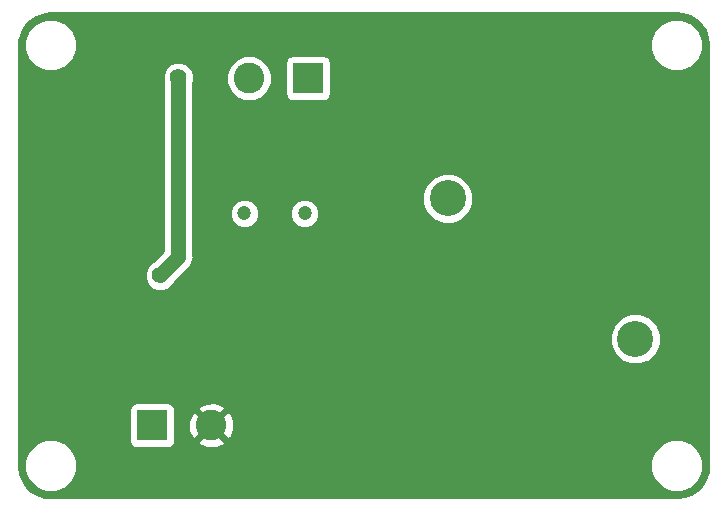
<source format=gbr>
G04 #@! TF.GenerationSoftware,KiCad,Pcbnew,5.0.1*
G04 #@! TF.CreationDate,2019-03-15T13:28:57+13:00*
G04 #@! TF.ProjectId,spiroBoard,737069726F426F6172642E6B69636164,rev?*
G04 #@! TF.SameCoordinates,Original*
G04 #@! TF.FileFunction,Copper,L2,Bot,Signal*
G04 #@! TF.FilePolarity,Positive*
%FSLAX46Y46*%
G04 Gerber Fmt 4.6, Leading zero omitted, Abs format (unit mm)*
G04 Created by KiCad (PCBNEW 5.0.1) date Fri 15 Mar 2019 01:28:57 PM NZDT*
%MOMM*%
%LPD*%
G01*
G04 APERTURE LIST*
G04 #@! TA.AperFunction,ComponentPad*
%ADD10C,1.200000*%
G04 #@! TD*
G04 #@! TA.AperFunction,ComponentPad*
%ADD11R,2.600000X2.600000*%
G04 #@! TD*
G04 #@! TA.AperFunction,ComponentPad*
%ADD12C,2.600000*%
G04 #@! TD*
G04 #@! TA.AperFunction,ComponentPad*
%ADD13C,3.050000*%
G04 #@! TD*
G04 #@! TA.AperFunction,ViaPad*
%ADD14C,0.800000*%
G04 #@! TD*
G04 #@! TA.AperFunction,ViaPad*
%ADD15C,1.400000*%
G04 #@! TD*
G04 #@! TA.AperFunction,Conductor*
%ADD16C,1.270000*%
G04 #@! TD*
G04 #@! TA.AperFunction,Conductor*
%ADD17C,0.254000*%
G04 #@! TD*
G04 APERTURE END LIST*
D10*
G04 #@! TO.P,R3,2*
G04 #@! TO.N,Net-(R3-Pad2)*
X152400000Y-90242000D03*
G04 #@! TO.P,R3,1*
G04 #@! TO.N,/solenoid-*
X157500000Y-90242000D03*
G04 #@! TD*
D11*
G04 #@! TO.P,INPUT1,1*
G04 #@! TO.N,/Vin*
X144600000Y-108200000D03*
D12*
G04 #@! TO.P,INPUT1,2*
G04 #@! TO.N,/GND*
X149600000Y-108200000D03*
G04 #@! TD*
G04 #@! TO.P,SOL1,2*
G04 #@! TO.N,/solenoid-*
X152800000Y-78800000D03*
D11*
G04 #@! TO.P,SOL1,1*
G04 #@! TO.N,/Vin*
X157800000Y-78800000D03*
G04 #@! TD*
D13*
G04 #@! TO.P,Solenoid1,~*
G04 #@! TO.N,N/C*
X185502473Y-100875901D03*
X169627473Y-88985901D03*
G04 #@! TD*
D14*
G04 #@! TO.N,/GND*
X153200000Y-100400000D03*
D15*
X138560000Y-85400000D03*
X143800000Y-88600000D03*
G04 #@! TO.N,/Vin*
X145288000Y-95504000D03*
X146812000Y-78740000D03*
G04 #@! TD*
D16*
G04 #@! TO.N,/Vin*
X145288000Y-95504000D02*
X146812000Y-93980000D01*
X146812000Y-93980000D02*
X146812000Y-78740000D01*
G04 #@! TD*
D17*
G04 #@! TO.N,/GND*
G36*
X189576741Y-73376831D02*
X190126574Y-73561871D01*
X190623847Y-73860662D01*
X191045359Y-74259267D01*
X191371440Y-74739082D01*
X191586885Y-75277730D01*
X191686327Y-75878414D01*
X191690000Y-76009906D01*
X191690001Y-111561541D01*
X191623169Y-112176741D01*
X191438129Y-112726574D01*
X191139339Y-113223845D01*
X190740737Y-113645356D01*
X190260918Y-113971441D01*
X189722270Y-114186884D01*
X189121585Y-114286327D01*
X188990094Y-114290000D01*
X136038450Y-114290000D01*
X135423259Y-114223169D01*
X134873426Y-114038129D01*
X134376155Y-113739339D01*
X133954644Y-113340737D01*
X133628559Y-112860918D01*
X133413116Y-112322270D01*
X133313673Y-111721585D01*
X133310000Y-111590094D01*
X133310000Y-111155431D01*
X133765000Y-111155431D01*
X133765000Y-112044569D01*
X134105259Y-112866026D01*
X134733974Y-113494741D01*
X135555431Y-113835000D01*
X136444569Y-113835000D01*
X137266026Y-113494741D01*
X137894741Y-112866026D01*
X138235000Y-112044569D01*
X138235000Y-111155431D01*
X186765000Y-111155431D01*
X186765000Y-112044569D01*
X187105259Y-112866026D01*
X187733974Y-113494741D01*
X188555431Y-113835000D01*
X189444569Y-113835000D01*
X190266026Y-113494741D01*
X190894741Y-112866026D01*
X191235000Y-112044569D01*
X191235000Y-111155431D01*
X190894741Y-110333974D01*
X190266026Y-109705259D01*
X189444569Y-109365000D01*
X188555431Y-109365000D01*
X187733974Y-109705259D01*
X187105259Y-110333974D01*
X186765000Y-111155431D01*
X138235000Y-111155431D01*
X137894741Y-110333974D01*
X137266026Y-109705259D01*
X136444569Y-109365000D01*
X135555431Y-109365000D01*
X134733974Y-109705259D01*
X134105259Y-110333974D01*
X133765000Y-111155431D01*
X133310000Y-111155431D01*
X133310000Y-106900000D01*
X142652560Y-106900000D01*
X142652560Y-109500000D01*
X142701843Y-109747765D01*
X142842191Y-109957809D01*
X143052235Y-110098157D01*
X143300000Y-110147440D01*
X145900000Y-110147440D01*
X146147765Y-110098157D01*
X146357809Y-109957809D01*
X146498157Y-109747765D01*
X146533623Y-109569459D01*
X148410146Y-109569459D01*
X148545504Y-109867455D01*
X149263880Y-110144066D01*
X150033427Y-110124710D01*
X150654496Y-109867455D01*
X150789854Y-109569459D01*
X149600000Y-108379605D01*
X148410146Y-109569459D01*
X146533623Y-109569459D01*
X146547440Y-109500000D01*
X146547440Y-107863880D01*
X147655934Y-107863880D01*
X147675290Y-108633427D01*
X147932545Y-109254496D01*
X148230541Y-109389854D01*
X149420395Y-108200000D01*
X149779605Y-108200000D01*
X150969459Y-109389854D01*
X151267455Y-109254496D01*
X151544066Y-108536120D01*
X151524710Y-107766573D01*
X151267455Y-107145504D01*
X150969459Y-107010146D01*
X149779605Y-108200000D01*
X149420395Y-108200000D01*
X148230541Y-107010146D01*
X147932545Y-107145504D01*
X147655934Y-107863880D01*
X146547440Y-107863880D01*
X146547440Y-106900000D01*
X146533624Y-106830541D01*
X148410146Y-106830541D01*
X149600000Y-108020395D01*
X150789854Y-106830541D01*
X150654496Y-106532545D01*
X149936120Y-106255934D01*
X149166573Y-106275290D01*
X148545504Y-106532545D01*
X148410146Y-106830541D01*
X146533624Y-106830541D01*
X146498157Y-106652235D01*
X146357809Y-106442191D01*
X146147765Y-106301843D01*
X145900000Y-106252560D01*
X143300000Y-106252560D01*
X143052235Y-106301843D01*
X142842191Y-106442191D01*
X142701843Y-106652235D01*
X142652560Y-106900000D01*
X133310000Y-106900000D01*
X133310000Y-100446250D01*
X183342473Y-100446250D01*
X183342473Y-101305552D01*
X183671313Y-102099443D01*
X184278931Y-102707061D01*
X185072822Y-103035901D01*
X185932124Y-103035901D01*
X186726015Y-102707061D01*
X187333633Y-102099443D01*
X187662473Y-101305552D01*
X187662473Y-100446250D01*
X187333633Y-99652359D01*
X186726015Y-99044741D01*
X185932124Y-98715901D01*
X185072822Y-98715901D01*
X184278931Y-99044741D01*
X183671313Y-99652359D01*
X183342473Y-100446250D01*
X133310000Y-100446250D01*
X133310000Y-95238452D01*
X143953000Y-95238452D01*
X143953000Y-95769548D01*
X144156242Y-96260217D01*
X144531783Y-96635758D01*
X145022452Y-96839000D01*
X145553548Y-96839000D01*
X146044217Y-96635758D01*
X146419758Y-96260217D01*
X146484759Y-96103292D01*
X147621585Y-94966467D01*
X147727618Y-94895618D01*
X147798467Y-94789585D01*
X147798470Y-94789582D01*
X148008312Y-94475530D01*
X148008313Y-94475529D01*
X148082000Y-94105080D01*
X148082000Y-94105076D01*
X148106879Y-93980001D01*
X148082000Y-93854926D01*
X148082000Y-89996343D01*
X151165000Y-89996343D01*
X151165000Y-90487657D01*
X151353018Y-90941571D01*
X151700429Y-91288982D01*
X152154343Y-91477000D01*
X152645657Y-91477000D01*
X153099571Y-91288982D01*
X153446982Y-90941571D01*
X153635000Y-90487657D01*
X153635000Y-89996343D01*
X156265000Y-89996343D01*
X156265000Y-90487657D01*
X156453018Y-90941571D01*
X156800429Y-91288982D01*
X157254343Y-91477000D01*
X157745657Y-91477000D01*
X158199571Y-91288982D01*
X158546982Y-90941571D01*
X158735000Y-90487657D01*
X158735000Y-89996343D01*
X158546982Y-89542429D01*
X158199571Y-89195018D01*
X157745657Y-89007000D01*
X157254343Y-89007000D01*
X156800429Y-89195018D01*
X156453018Y-89542429D01*
X156265000Y-89996343D01*
X153635000Y-89996343D01*
X153446982Y-89542429D01*
X153099571Y-89195018D01*
X152645657Y-89007000D01*
X152154343Y-89007000D01*
X151700429Y-89195018D01*
X151353018Y-89542429D01*
X151165000Y-89996343D01*
X148082000Y-89996343D01*
X148082000Y-88556250D01*
X167467473Y-88556250D01*
X167467473Y-89415552D01*
X167796313Y-90209443D01*
X168403931Y-90817061D01*
X169197822Y-91145901D01*
X170057124Y-91145901D01*
X170851015Y-90817061D01*
X171458633Y-90209443D01*
X171787473Y-89415552D01*
X171787473Y-88556250D01*
X171458633Y-87762359D01*
X170851015Y-87154741D01*
X170057124Y-86825901D01*
X169197822Y-86825901D01*
X168403931Y-87154741D01*
X167796313Y-87762359D01*
X167467473Y-88556250D01*
X148082000Y-88556250D01*
X148082000Y-79162472D01*
X148147000Y-79005548D01*
X148147000Y-78474452D01*
X148122418Y-78415105D01*
X150865000Y-78415105D01*
X150865000Y-79184895D01*
X151159586Y-79896090D01*
X151703910Y-80440414D01*
X152415105Y-80735000D01*
X153184895Y-80735000D01*
X153896090Y-80440414D01*
X154440414Y-79896090D01*
X154735000Y-79184895D01*
X154735000Y-78415105D01*
X154440414Y-77703910D01*
X154236504Y-77500000D01*
X155852560Y-77500000D01*
X155852560Y-80100000D01*
X155901843Y-80347765D01*
X156042191Y-80557809D01*
X156252235Y-80698157D01*
X156500000Y-80747440D01*
X159100000Y-80747440D01*
X159347765Y-80698157D01*
X159557809Y-80557809D01*
X159698157Y-80347765D01*
X159747440Y-80100000D01*
X159747440Y-77500000D01*
X159698157Y-77252235D01*
X159557809Y-77042191D01*
X159347765Y-76901843D01*
X159100000Y-76852560D01*
X156500000Y-76852560D01*
X156252235Y-76901843D01*
X156042191Y-77042191D01*
X155901843Y-77252235D01*
X155852560Y-77500000D01*
X154236504Y-77500000D01*
X153896090Y-77159586D01*
X153184895Y-76865000D01*
X152415105Y-76865000D01*
X151703910Y-77159586D01*
X151159586Y-77703910D01*
X150865000Y-78415105D01*
X148122418Y-78415105D01*
X147943758Y-77983783D01*
X147568217Y-77608242D01*
X147077548Y-77405000D01*
X146546452Y-77405000D01*
X146055783Y-77608242D01*
X145680242Y-77983783D01*
X145477000Y-78474452D01*
X145477000Y-79005548D01*
X145542001Y-79162474D01*
X145542000Y-93453948D01*
X144688708Y-94307241D01*
X144531783Y-94372242D01*
X144156242Y-94747783D01*
X143953000Y-95238452D01*
X133310000Y-95238452D01*
X133310000Y-76038450D01*
X133362472Y-75555431D01*
X133765000Y-75555431D01*
X133765000Y-76444569D01*
X134105259Y-77266026D01*
X134733974Y-77894741D01*
X135555431Y-78235000D01*
X136444569Y-78235000D01*
X137266026Y-77894741D01*
X137894741Y-77266026D01*
X138235000Y-76444569D01*
X138235000Y-75555431D01*
X186765000Y-75555431D01*
X186765000Y-76444569D01*
X187105259Y-77266026D01*
X187733974Y-77894741D01*
X188555431Y-78235000D01*
X189444569Y-78235000D01*
X190266026Y-77894741D01*
X190894741Y-77266026D01*
X191235000Y-76444569D01*
X191235000Y-75555431D01*
X190894741Y-74733974D01*
X190266026Y-74105259D01*
X189444569Y-73765000D01*
X188555431Y-73765000D01*
X187733974Y-74105259D01*
X187105259Y-74733974D01*
X186765000Y-75555431D01*
X138235000Y-75555431D01*
X137894741Y-74733974D01*
X137266026Y-74105259D01*
X136444569Y-73765000D01*
X135555431Y-73765000D01*
X134733974Y-74105259D01*
X134105259Y-74733974D01*
X133765000Y-75555431D01*
X133362472Y-75555431D01*
X133376831Y-75423259D01*
X133561871Y-74873426D01*
X133860662Y-74376153D01*
X134259267Y-73954641D01*
X134739082Y-73628560D01*
X135277730Y-73413115D01*
X135878414Y-73313673D01*
X136009906Y-73310000D01*
X188961550Y-73310000D01*
X189576741Y-73376831D01*
X189576741Y-73376831D01*
G37*
X189576741Y-73376831D02*
X190126574Y-73561871D01*
X190623847Y-73860662D01*
X191045359Y-74259267D01*
X191371440Y-74739082D01*
X191586885Y-75277730D01*
X191686327Y-75878414D01*
X191690000Y-76009906D01*
X191690001Y-111561541D01*
X191623169Y-112176741D01*
X191438129Y-112726574D01*
X191139339Y-113223845D01*
X190740737Y-113645356D01*
X190260918Y-113971441D01*
X189722270Y-114186884D01*
X189121585Y-114286327D01*
X188990094Y-114290000D01*
X136038450Y-114290000D01*
X135423259Y-114223169D01*
X134873426Y-114038129D01*
X134376155Y-113739339D01*
X133954644Y-113340737D01*
X133628559Y-112860918D01*
X133413116Y-112322270D01*
X133313673Y-111721585D01*
X133310000Y-111590094D01*
X133310000Y-111155431D01*
X133765000Y-111155431D01*
X133765000Y-112044569D01*
X134105259Y-112866026D01*
X134733974Y-113494741D01*
X135555431Y-113835000D01*
X136444569Y-113835000D01*
X137266026Y-113494741D01*
X137894741Y-112866026D01*
X138235000Y-112044569D01*
X138235000Y-111155431D01*
X186765000Y-111155431D01*
X186765000Y-112044569D01*
X187105259Y-112866026D01*
X187733974Y-113494741D01*
X188555431Y-113835000D01*
X189444569Y-113835000D01*
X190266026Y-113494741D01*
X190894741Y-112866026D01*
X191235000Y-112044569D01*
X191235000Y-111155431D01*
X190894741Y-110333974D01*
X190266026Y-109705259D01*
X189444569Y-109365000D01*
X188555431Y-109365000D01*
X187733974Y-109705259D01*
X187105259Y-110333974D01*
X186765000Y-111155431D01*
X138235000Y-111155431D01*
X137894741Y-110333974D01*
X137266026Y-109705259D01*
X136444569Y-109365000D01*
X135555431Y-109365000D01*
X134733974Y-109705259D01*
X134105259Y-110333974D01*
X133765000Y-111155431D01*
X133310000Y-111155431D01*
X133310000Y-106900000D01*
X142652560Y-106900000D01*
X142652560Y-109500000D01*
X142701843Y-109747765D01*
X142842191Y-109957809D01*
X143052235Y-110098157D01*
X143300000Y-110147440D01*
X145900000Y-110147440D01*
X146147765Y-110098157D01*
X146357809Y-109957809D01*
X146498157Y-109747765D01*
X146533623Y-109569459D01*
X148410146Y-109569459D01*
X148545504Y-109867455D01*
X149263880Y-110144066D01*
X150033427Y-110124710D01*
X150654496Y-109867455D01*
X150789854Y-109569459D01*
X149600000Y-108379605D01*
X148410146Y-109569459D01*
X146533623Y-109569459D01*
X146547440Y-109500000D01*
X146547440Y-107863880D01*
X147655934Y-107863880D01*
X147675290Y-108633427D01*
X147932545Y-109254496D01*
X148230541Y-109389854D01*
X149420395Y-108200000D01*
X149779605Y-108200000D01*
X150969459Y-109389854D01*
X151267455Y-109254496D01*
X151544066Y-108536120D01*
X151524710Y-107766573D01*
X151267455Y-107145504D01*
X150969459Y-107010146D01*
X149779605Y-108200000D01*
X149420395Y-108200000D01*
X148230541Y-107010146D01*
X147932545Y-107145504D01*
X147655934Y-107863880D01*
X146547440Y-107863880D01*
X146547440Y-106900000D01*
X146533624Y-106830541D01*
X148410146Y-106830541D01*
X149600000Y-108020395D01*
X150789854Y-106830541D01*
X150654496Y-106532545D01*
X149936120Y-106255934D01*
X149166573Y-106275290D01*
X148545504Y-106532545D01*
X148410146Y-106830541D01*
X146533624Y-106830541D01*
X146498157Y-106652235D01*
X146357809Y-106442191D01*
X146147765Y-106301843D01*
X145900000Y-106252560D01*
X143300000Y-106252560D01*
X143052235Y-106301843D01*
X142842191Y-106442191D01*
X142701843Y-106652235D01*
X142652560Y-106900000D01*
X133310000Y-106900000D01*
X133310000Y-100446250D01*
X183342473Y-100446250D01*
X183342473Y-101305552D01*
X183671313Y-102099443D01*
X184278931Y-102707061D01*
X185072822Y-103035901D01*
X185932124Y-103035901D01*
X186726015Y-102707061D01*
X187333633Y-102099443D01*
X187662473Y-101305552D01*
X187662473Y-100446250D01*
X187333633Y-99652359D01*
X186726015Y-99044741D01*
X185932124Y-98715901D01*
X185072822Y-98715901D01*
X184278931Y-99044741D01*
X183671313Y-99652359D01*
X183342473Y-100446250D01*
X133310000Y-100446250D01*
X133310000Y-95238452D01*
X143953000Y-95238452D01*
X143953000Y-95769548D01*
X144156242Y-96260217D01*
X144531783Y-96635758D01*
X145022452Y-96839000D01*
X145553548Y-96839000D01*
X146044217Y-96635758D01*
X146419758Y-96260217D01*
X146484759Y-96103292D01*
X147621585Y-94966467D01*
X147727618Y-94895618D01*
X147798467Y-94789585D01*
X147798470Y-94789582D01*
X148008312Y-94475530D01*
X148008313Y-94475529D01*
X148082000Y-94105080D01*
X148082000Y-94105076D01*
X148106879Y-93980001D01*
X148082000Y-93854926D01*
X148082000Y-89996343D01*
X151165000Y-89996343D01*
X151165000Y-90487657D01*
X151353018Y-90941571D01*
X151700429Y-91288982D01*
X152154343Y-91477000D01*
X152645657Y-91477000D01*
X153099571Y-91288982D01*
X153446982Y-90941571D01*
X153635000Y-90487657D01*
X153635000Y-89996343D01*
X156265000Y-89996343D01*
X156265000Y-90487657D01*
X156453018Y-90941571D01*
X156800429Y-91288982D01*
X157254343Y-91477000D01*
X157745657Y-91477000D01*
X158199571Y-91288982D01*
X158546982Y-90941571D01*
X158735000Y-90487657D01*
X158735000Y-89996343D01*
X158546982Y-89542429D01*
X158199571Y-89195018D01*
X157745657Y-89007000D01*
X157254343Y-89007000D01*
X156800429Y-89195018D01*
X156453018Y-89542429D01*
X156265000Y-89996343D01*
X153635000Y-89996343D01*
X153446982Y-89542429D01*
X153099571Y-89195018D01*
X152645657Y-89007000D01*
X152154343Y-89007000D01*
X151700429Y-89195018D01*
X151353018Y-89542429D01*
X151165000Y-89996343D01*
X148082000Y-89996343D01*
X148082000Y-88556250D01*
X167467473Y-88556250D01*
X167467473Y-89415552D01*
X167796313Y-90209443D01*
X168403931Y-90817061D01*
X169197822Y-91145901D01*
X170057124Y-91145901D01*
X170851015Y-90817061D01*
X171458633Y-90209443D01*
X171787473Y-89415552D01*
X171787473Y-88556250D01*
X171458633Y-87762359D01*
X170851015Y-87154741D01*
X170057124Y-86825901D01*
X169197822Y-86825901D01*
X168403931Y-87154741D01*
X167796313Y-87762359D01*
X167467473Y-88556250D01*
X148082000Y-88556250D01*
X148082000Y-79162472D01*
X148147000Y-79005548D01*
X148147000Y-78474452D01*
X148122418Y-78415105D01*
X150865000Y-78415105D01*
X150865000Y-79184895D01*
X151159586Y-79896090D01*
X151703910Y-80440414D01*
X152415105Y-80735000D01*
X153184895Y-80735000D01*
X153896090Y-80440414D01*
X154440414Y-79896090D01*
X154735000Y-79184895D01*
X154735000Y-78415105D01*
X154440414Y-77703910D01*
X154236504Y-77500000D01*
X155852560Y-77500000D01*
X155852560Y-80100000D01*
X155901843Y-80347765D01*
X156042191Y-80557809D01*
X156252235Y-80698157D01*
X156500000Y-80747440D01*
X159100000Y-80747440D01*
X159347765Y-80698157D01*
X159557809Y-80557809D01*
X159698157Y-80347765D01*
X159747440Y-80100000D01*
X159747440Y-77500000D01*
X159698157Y-77252235D01*
X159557809Y-77042191D01*
X159347765Y-76901843D01*
X159100000Y-76852560D01*
X156500000Y-76852560D01*
X156252235Y-76901843D01*
X156042191Y-77042191D01*
X155901843Y-77252235D01*
X155852560Y-77500000D01*
X154236504Y-77500000D01*
X153896090Y-77159586D01*
X153184895Y-76865000D01*
X152415105Y-76865000D01*
X151703910Y-77159586D01*
X151159586Y-77703910D01*
X150865000Y-78415105D01*
X148122418Y-78415105D01*
X147943758Y-77983783D01*
X147568217Y-77608242D01*
X147077548Y-77405000D01*
X146546452Y-77405000D01*
X146055783Y-77608242D01*
X145680242Y-77983783D01*
X145477000Y-78474452D01*
X145477000Y-79005548D01*
X145542001Y-79162474D01*
X145542000Y-93453948D01*
X144688708Y-94307241D01*
X144531783Y-94372242D01*
X144156242Y-94747783D01*
X143953000Y-95238452D01*
X133310000Y-95238452D01*
X133310000Y-76038450D01*
X133362472Y-75555431D01*
X133765000Y-75555431D01*
X133765000Y-76444569D01*
X134105259Y-77266026D01*
X134733974Y-77894741D01*
X135555431Y-78235000D01*
X136444569Y-78235000D01*
X137266026Y-77894741D01*
X137894741Y-77266026D01*
X138235000Y-76444569D01*
X138235000Y-75555431D01*
X186765000Y-75555431D01*
X186765000Y-76444569D01*
X187105259Y-77266026D01*
X187733974Y-77894741D01*
X188555431Y-78235000D01*
X189444569Y-78235000D01*
X190266026Y-77894741D01*
X190894741Y-77266026D01*
X191235000Y-76444569D01*
X191235000Y-75555431D01*
X190894741Y-74733974D01*
X190266026Y-74105259D01*
X189444569Y-73765000D01*
X188555431Y-73765000D01*
X187733974Y-74105259D01*
X187105259Y-74733974D01*
X186765000Y-75555431D01*
X138235000Y-75555431D01*
X137894741Y-74733974D01*
X137266026Y-74105259D01*
X136444569Y-73765000D01*
X135555431Y-73765000D01*
X134733974Y-74105259D01*
X134105259Y-74733974D01*
X133765000Y-75555431D01*
X133362472Y-75555431D01*
X133376831Y-75423259D01*
X133561871Y-74873426D01*
X133860662Y-74376153D01*
X134259267Y-73954641D01*
X134739082Y-73628560D01*
X135277730Y-73413115D01*
X135878414Y-73313673D01*
X136009906Y-73310000D01*
X188961550Y-73310000D01*
X189576741Y-73376831D01*
G04 #@! TD*
M02*

</source>
